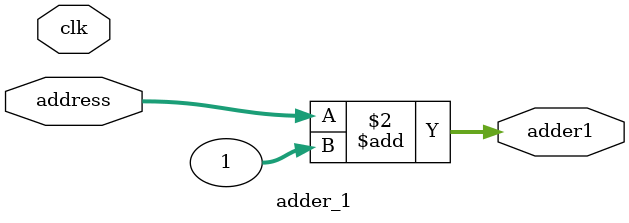
<source format=v>
`timescale 1ns / 1ps


module adder_1(
input clk,
input [4:0] address,
output reg [31:0] adder1
);
always @(*)
begin
adder1 <= address + 1;
end
endmodule

</source>
